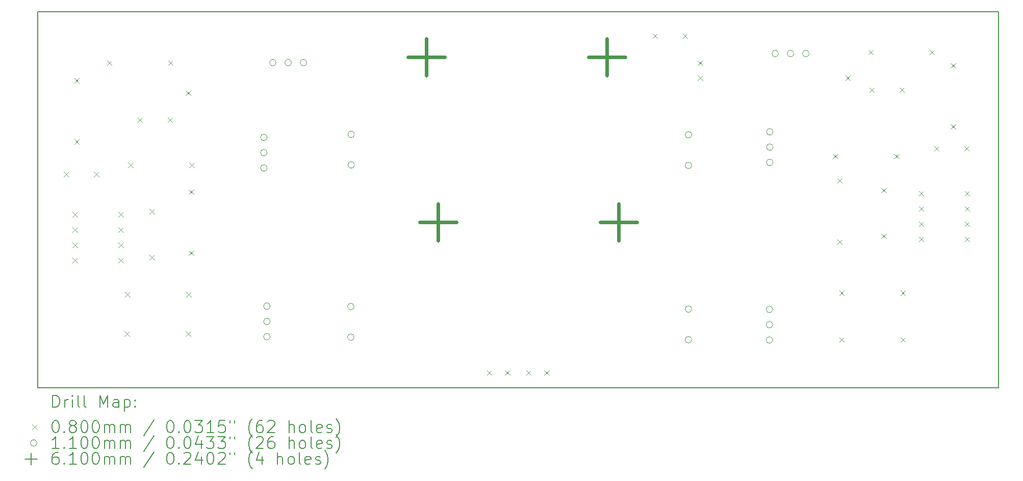
<source format=gbr>
%TF.GenerationSoftware,KiCad,Pcbnew,8.0.6*%
%TF.CreationDate,2024-11-01T15:42:28-04:00*%
%TF.ProjectId,H_Bridge_KiCAD,485f4272-6964-4676-955f-4b694341442e,rev?*%
%TF.SameCoordinates,Original*%
%TF.FileFunction,Drillmap*%
%TF.FilePolarity,Positive*%
%FSLAX45Y45*%
G04 Gerber Fmt 4.5, Leading zero omitted, Abs format (unit mm)*
G04 Created by KiCad (PCBNEW 8.0.6) date 2024-11-01 15:42:28*
%MOMM*%
%LPD*%
G01*
G04 APERTURE LIST*
%ADD10C,0.200000*%
%ADD11C,0.100000*%
%ADD12C,0.110000*%
%ADD13C,0.610000*%
G04 APERTURE END LIST*
D10*
X6700000Y-5800000D02*
X22650000Y-5800000D01*
X22650000Y-12051600D01*
X6700000Y-12051600D01*
X6700000Y-5800000D01*
D11*
X7135000Y-8460000D02*
X7215000Y-8540000D01*
X7215000Y-8460000D02*
X7135000Y-8540000D01*
X7280000Y-9130000D02*
X7360000Y-9210000D01*
X7360000Y-9130000D02*
X7280000Y-9210000D01*
X7280000Y-9384000D02*
X7360000Y-9464000D01*
X7360000Y-9384000D02*
X7280000Y-9464000D01*
X7280000Y-9638000D02*
X7360000Y-9718000D01*
X7360000Y-9638000D02*
X7280000Y-9718000D01*
X7280000Y-9892000D02*
X7360000Y-9972000D01*
X7360000Y-9892000D02*
X7280000Y-9972000D01*
X7310000Y-6902000D02*
X7390000Y-6982000D01*
X7390000Y-6902000D02*
X7310000Y-6982000D01*
X7310000Y-7918000D02*
X7390000Y-7998000D01*
X7390000Y-7918000D02*
X7310000Y-7998000D01*
X7635000Y-8460000D02*
X7715000Y-8540000D01*
X7715000Y-8460000D02*
X7635000Y-8540000D01*
X7852000Y-6610000D02*
X7932000Y-6690000D01*
X7932000Y-6610000D02*
X7852000Y-6690000D01*
X8042000Y-9130000D02*
X8122000Y-9210000D01*
X8122000Y-9130000D02*
X8042000Y-9210000D01*
X8042000Y-9384000D02*
X8122000Y-9464000D01*
X8122000Y-9384000D02*
X8042000Y-9464000D01*
X8042000Y-9638000D02*
X8122000Y-9718000D01*
X8122000Y-9638000D02*
X8042000Y-9718000D01*
X8042000Y-9892000D02*
X8122000Y-9972000D01*
X8122000Y-9892000D02*
X8042000Y-9972000D01*
X8144000Y-11110000D02*
X8224000Y-11190000D01*
X8224000Y-11110000D02*
X8144000Y-11190000D01*
X8152000Y-10460000D02*
X8232000Y-10540000D01*
X8232000Y-10460000D02*
X8152000Y-10540000D01*
X8202000Y-8310000D02*
X8282000Y-8390000D01*
X8282000Y-8310000D02*
X8202000Y-8390000D01*
X8360000Y-7560000D02*
X8440000Y-7640000D01*
X8440000Y-7560000D02*
X8360000Y-7640000D01*
X8560000Y-9079000D02*
X8640000Y-9159000D01*
X8640000Y-9079000D02*
X8560000Y-9159000D01*
X8560000Y-9841000D02*
X8640000Y-9921000D01*
X8640000Y-9841000D02*
X8560000Y-9921000D01*
X8860000Y-7560000D02*
X8940000Y-7640000D01*
X8940000Y-7560000D02*
X8860000Y-7640000D01*
X8868000Y-6610000D02*
X8948000Y-6690000D01*
X8948000Y-6610000D02*
X8868000Y-6690000D01*
X9160000Y-7110000D02*
X9240000Y-7190000D01*
X9240000Y-7110000D02*
X9160000Y-7190000D01*
X9160000Y-11110000D02*
X9240000Y-11190000D01*
X9240000Y-11110000D02*
X9160000Y-11190000D01*
X9168000Y-10460000D02*
X9248000Y-10540000D01*
X9248000Y-10460000D02*
X9168000Y-10540000D01*
X9210000Y-8752000D02*
X9290000Y-8832000D01*
X9290000Y-8752000D02*
X9210000Y-8832000D01*
X9210000Y-9768000D02*
X9290000Y-9848000D01*
X9290000Y-9768000D02*
X9210000Y-9848000D01*
X9218000Y-8310000D02*
X9298000Y-8390000D01*
X9298000Y-8310000D02*
X9218000Y-8390000D01*
X14160000Y-11760000D02*
X14240000Y-11840000D01*
X14240000Y-11760000D02*
X14160000Y-11840000D01*
X14460000Y-11760000D02*
X14540000Y-11840000D01*
X14540000Y-11760000D02*
X14460000Y-11840000D01*
X14810000Y-11760000D02*
X14890000Y-11840000D01*
X14890000Y-11760000D02*
X14810000Y-11840000D01*
X15110000Y-11760000D02*
X15190000Y-11840000D01*
X15190000Y-11760000D02*
X15110000Y-11840000D01*
X16910000Y-6160000D02*
X16990000Y-6240000D01*
X16990000Y-6160000D02*
X16910000Y-6240000D01*
X17410000Y-6160000D02*
X17490000Y-6240000D01*
X17490000Y-6160000D02*
X17410000Y-6240000D01*
X17660000Y-6610000D02*
X17740000Y-6690000D01*
X17740000Y-6610000D02*
X17660000Y-6690000D01*
X17660000Y-6860000D02*
X17740000Y-6940000D01*
X17740000Y-6860000D02*
X17660000Y-6940000D01*
X19902000Y-8160000D02*
X19982000Y-8240000D01*
X19982000Y-8160000D02*
X19902000Y-8240000D01*
X19978000Y-8566000D02*
X20058000Y-8646000D01*
X20058000Y-8566000D02*
X19978000Y-8646000D01*
X19978000Y-9582000D02*
X20058000Y-9662000D01*
X20058000Y-9582000D02*
X19978000Y-9662000D01*
X20010000Y-11210000D02*
X20090000Y-11290000D01*
X20090000Y-11210000D02*
X20010000Y-11290000D01*
X20012000Y-10432000D02*
X20092000Y-10512000D01*
X20092000Y-10432000D02*
X20012000Y-10512000D01*
X20110000Y-6860000D02*
X20190000Y-6940000D01*
X20190000Y-6860000D02*
X20110000Y-6940000D01*
X20494000Y-6432000D02*
X20574000Y-6512000D01*
X20574000Y-6432000D02*
X20494000Y-6512000D01*
X20510000Y-7060000D02*
X20590000Y-7140000D01*
X20590000Y-7060000D02*
X20510000Y-7140000D01*
X20710000Y-8729000D02*
X20790000Y-8809000D01*
X20790000Y-8729000D02*
X20710000Y-8809000D01*
X20710000Y-9491000D02*
X20790000Y-9571000D01*
X20790000Y-9491000D02*
X20710000Y-9571000D01*
X20918000Y-8160000D02*
X20998000Y-8240000D01*
X20998000Y-8160000D02*
X20918000Y-8240000D01*
X21010000Y-7060000D02*
X21090000Y-7140000D01*
X21090000Y-7060000D02*
X21010000Y-7140000D01*
X21026000Y-11210000D02*
X21106000Y-11290000D01*
X21106000Y-11210000D02*
X21026000Y-11290000D01*
X21028000Y-10432000D02*
X21108000Y-10512000D01*
X21108000Y-10432000D02*
X21028000Y-10512000D01*
X21330000Y-8780000D02*
X21410000Y-8860000D01*
X21410000Y-8780000D02*
X21330000Y-8860000D01*
X21330000Y-9034000D02*
X21410000Y-9114000D01*
X21410000Y-9034000D02*
X21330000Y-9114000D01*
X21330000Y-9288000D02*
X21410000Y-9368000D01*
X21410000Y-9288000D02*
X21330000Y-9368000D01*
X21330000Y-9542000D02*
X21410000Y-9622000D01*
X21410000Y-9542000D02*
X21330000Y-9622000D01*
X21510000Y-6432000D02*
X21590000Y-6512000D01*
X21590000Y-6432000D02*
X21510000Y-6512000D01*
X21585000Y-8032000D02*
X21665000Y-8112000D01*
X21665000Y-8032000D02*
X21585000Y-8112000D01*
X21860000Y-6652000D02*
X21940000Y-6732000D01*
X21940000Y-6652000D02*
X21860000Y-6732000D01*
X21860000Y-7668000D02*
X21940000Y-7748000D01*
X21940000Y-7668000D02*
X21860000Y-7748000D01*
X22085000Y-8032000D02*
X22165000Y-8112000D01*
X22165000Y-8032000D02*
X22085000Y-8112000D01*
X22092000Y-8780000D02*
X22172000Y-8860000D01*
X22172000Y-8780000D02*
X22092000Y-8860000D01*
X22092000Y-9034000D02*
X22172000Y-9114000D01*
X22172000Y-9034000D02*
X22092000Y-9114000D01*
X22092000Y-9288000D02*
X22172000Y-9368000D01*
X22172000Y-9288000D02*
X22092000Y-9368000D01*
X22092000Y-9542000D02*
X22172000Y-9622000D01*
X22172000Y-9542000D02*
X22092000Y-9622000D01*
D12*
X10510500Y-7888000D02*
G75*
G02*
X10400500Y-7888000I-55000J0D01*
G01*
X10400500Y-7888000D02*
G75*
G02*
X10510500Y-7888000I55000J0D01*
G01*
X10510500Y-8142000D02*
G75*
G02*
X10400500Y-8142000I-55000J0D01*
G01*
X10400500Y-8142000D02*
G75*
G02*
X10510500Y-8142000I55000J0D01*
G01*
X10510500Y-8396000D02*
G75*
G02*
X10400500Y-8396000I-55000J0D01*
G01*
X10400500Y-8396000D02*
G75*
G02*
X10510500Y-8396000I55000J0D01*
G01*
X10560500Y-10692000D02*
G75*
G02*
X10450500Y-10692000I-55000J0D01*
G01*
X10450500Y-10692000D02*
G75*
G02*
X10560500Y-10692000I55000J0D01*
G01*
X10560500Y-10946000D02*
G75*
G02*
X10450500Y-10946000I-55000J0D01*
G01*
X10450500Y-10946000D02*
G75*
G02*
X10560500Y-10946000I55000J0D01*
G01*
X10560500Y-11200000D02*
G75*
G02*
X10450500Y-11200000I-55000J0D01*
G01*
X10450500Y-11200000D02*
G75*
G02*
X10560500Y-11200000I55000J0D01*
G01*
X10660500Y-6646000D02*
G75*
G02*
X10550500Y-6646000I-55000J0D01*
G01*
X10550500Y-6646000D02*
G75*
G02*
X10660500Y-6646000I55000J0D01*
G01*
X10914500Y-6646000D02*
G75*
G02*
X10804500Y-6646000I-55000J0D01*
G01*
X10804500Y-6646000D02*
G75*
G02*
X10914500Y-6646000I55000J0D01*
G01*
X11168500Y-6646000D02*
G75*
G02*
X11058500Y-6646000I-55000J0D01*
G01*
X11058500Y-6646000D02*
G75*
G02*
X11168500Y-6646000I55000J0D01*
G01*
X11955000Y-10700000D02*
G75*
G02*
X11845000Y-10700000I-55000J0D01*
G01*
X11845000Y-10700000D02*
G75*
G02*
X11955000Y-10700000I55000J0D01*
G01*
X11955000Y-11208000D02*
G75*
G02*
X11845000Y-11208000I-55000J0D01*
G01*
X11845000Y-11208000D02*
G75*
G02*
X11955000Y-11208000I55000J0D01*
G01*
X11960500Y-7838000D02*
G75*
G02*
X11850500Y-7838000I-55000J0D01*
G01*
X11850500Y-7838000D02*
G75*
G02*
X11960500Y-7838000I55000J0D01*
G01*
X11960500Y-8346000D02*
G75*
G02*
X11850500Y-8346000I-55000J0D01*
G01*
X11850500Y-8346000D02*
G75*
G02*
X11960500Y-8346000I55000J0D01*
G01*
X17560500Y-7846000D02*
G75*
G02*
X17450500Y-7846000I-55000J0D01*
G01*
X17450500Y-7846000D02*
G75*
G02*
X17560500Y-7846000I55000J0D01*
G01*
X17560500Y-8354000D02*
G75*
G02*
X17450500Y-8354000I-55000J0D01*
G01*
X17450500Y-8354000D02*
G75*
G02*
X17560500Y-8354000I55000J0D01*
G01*
X17560500Y-10742000D02*
G75*
G02*
X17450500Y-10742000I-55000J0D01*
G01*
X17450500Y-10742000D02*
G75*
G02*
X17560500Y-10742000I55000J0D01*
G01*
X17560500Y-11250000D02*
G75*
G02*
X17450500Y-11250000I-55000J0D01*
G01*
X17450500Y-11250000D02*
G75*
G02*
X17560500Y-11250000I55000J0D01*
G01*
X18905000Y-10746000D02*
G75*
G02*
X18795000Y-10746000I-55000J0D01*
G01*
X18795000Y-10746000D02*
G75*
G02*
X18905000Y-10746000I55000J0D01*
G01*
X18905000Y-11000000D02*
G75*
G02*
X18795000Y-11000000I-55000J0D01*
G01*
X18795000Y-11000000D02*
G75*
G02*
X18905000Y-11000000I55000J0D01*
G01*
X18905000Y-11254000D02*
G75*
G02*
X18795000Y-11254000I-55000J0D01*
G01*
X18795000Y-11254000D02*
G75*
G02*
X18905000Y-11254000I55000J0D01*
G01*
X18910500Y-7796000D02*
G75*
G02*
X18800500Y-7796000I-55000J0D01*
G01*
X18800500Y-7796000D02*
G75*
G02*
X18910500Y-7796000I55000J0D01*
G01*
X18910500Y-8050000D02*
G75*
G02*
X18800500Y-8050000I-55000J0D01*
G01*
X18800500Y-8050000D02*
G75*
G02*
X18910500Y-8050000I55000J0D01*
G01*
X18910500Y-8304000D02*
G75*
G02*
X18800500Y-8304000I-55000J0D01*
G01*
X18800500Y-8304000D02*
G75*
G02*
X18910500Y-8304000I55000J0D01*
G01*
X19001000Y-6494500D02*
G75*
G02*
X18891000Y-6494500I-55000J0D01*
G01*
X18891000Y-6494500D02*
G75*
G02*
X19001000Y-6494500I55000J0D01*
G01*
X19255000Y-6494500D02*
G75*
G02*
X19145000Y-6494500I-55000J0D01*
G01*
X19145000Y-6494500D02*
G75*
G02*
X19255000Y-6494500I55000J0D01*
G01*
X19509000Y-6494500D02*
G75*
G02*
X19399000Y-6494500I-55000J0D01*
G01*
X19399000Y-6494500D02*
G75*
G02*
X19509000Y-6494500I55000J0D01*
G01*
D13*
X13153000Y-6245000D02*
X13153000Y-6855000D01*
X12848000Y-6550000D02*
X13458000Y-6550000D01*
X13350000Y-8995000D02*
X13350000Y-9605000D01*
X13045000Y-9300000D02*
X13655000Y-9300000D01*
X16150000Y-6245000D02*
X16150000Y-6855000D01*
X15845000Y-6550000D02*
X16455000Y-6550000D01*
X16347000Y-8995000D02*
X16347000Y-9605000D01*
X16042000Y-9300000D02*
X16652000Y-9300000D01*
D10*
X6950777Y-12373084D02*
X6950777Y-12173084D01*
X6950777Y-12173084D02*
X6998396Y-12173084D01*
X6998396Y-12173084D02*
X7026967Y-12182608D01*
X7026967Y-12182608D02*
X7046015Y-12201655D01*
X7046015Y-12201655D02*
X7055539Y-12220703D01*
X7055539Y-12220703D02*
X7065062Y-12258798D01*
X7065062Y-12258798D02*
X7065062Y-12287369D01*
X7065062Y-12287369D02*
X7055539Y-12325465D01*
X7055539Y-12325465D02*
X7046015Y-12344512D01*
X7046015Y-12344512D02*
X7026967Y-12363560D01*
X7026967Y-12363560D02*
X6998396Y-12373084D01*
X6998396Y-12373084D02*
X6950777Y-12373084D01*
X7150777Y-12373084D02*
X7150777Y-12239750D01*
X7150777Y-12277846D02*
X7160301Y-12258798D01*
X7160301Y-12258798D02*
X7169824Y-12249274D01*
X7169824Y-12249274D02*
X7188872Y-12239750D01*
X7188872Y-12239750D02*
X7207920Y-12239750D01*
X7274586Y-12373084D02*
X7274586Y-12239750D01*
X7274586Y-12173084D02*
X7265062Y-12182608D01*
X7265062Y-12182608D02*
X7274586Y-12192131D01*
X7274586Y-12192131D02*
X7284110Y-12182608D01*
X7284110Y-12182608D02*
X7274586Y-12173084D01*
X7274586Y-12173084D02*
X7274586Y-12192131D01*
X7398396Y-12373084D02*
X7379348Y-12363560D01*
X7379348Y-12363560D02*
X7369824Y-12344512D01*
X7369824Y-12344512D02*
X7369824Y-12173084D01*
X7503158Y-12373084D02*
X7484110Y-12363560D01*
X7484110Y-12363560D02*
X7474586Y-12344512D01*
X7474586Y-12344512D02*
X7474586Y-12173084D01*
X7731729Y-12373084D02*
X7731729Y-12173084D01*
X7731729Y-12173084D02*
X7798396Y-12315941D01*
X7798396Y-12315941D02*
X7865062Y-12173084D01*
X7865062Y-12173084D02*
X7865062Y-12373084D01*
X8046015Y-12373084D02*
X8046015Y-12268322D01*
X8046015Y-12268322D02*
X8036491Y-12249274D01*
X8036491Y-12249274D02*
X8017443Y-12239750D01*
X8017443Y-12239750D02*
X7979348Y-12239750D01*
X7979348Y-12239750D02*
X7960301Y-12249274D01*
X8046015Y-12363560D02*
X8026967Y-12373084D01*
X8026967Y-12373084D02*
X7979348Y-12373084D01*
X7979348Y-12373084D02*
X7960301Y-12363560D01*
X7960301Y-12363560D02*
X7950777Y-12344512D01*
X7950777Y-12344512D02*
X7950777Y-12325465D01*
X7950777Y-12325465D02*
X7960301Y-12306417D01*
X7960301Y-12306417D02*
X7979348Y-12296893D01*
X7979348Y-12296893D02*
X8026967Y-12296893D01*
X8026967Y-12296893D02*
X8046015Y-12287369D01*
X8141253Y-12239750D02*
X8141253Y-12439750D01*
X8141253Y-12249274D02*
X8160301Y-12239750D01*
X8160301Y-12239750D02*
X8198396Y-12239750D01*
X8198396Y-12239750D02*
X8217443Y-12249274D01*
X8217443Y-12249274D02*
X8226967Y-12258798D01*
X8226967Y-12258798D02*
X8236491Y-12277846D01*
X8236491Y-12277846D02*
X8236491Y-12334988D01*
X8236491Y-12334988D02*
X8226967Y-12354036D01*
X8226967Y-12354036D02*
X8217443Y-12363560D01*
X8217443Y-12363560D02*
X8198396Y-12373084D01*
X8198396Y-12373084D02*
X8160301Y-12373084D01*
X8160301Y-12373084D02*
X8141253Y-12363560D01*
X8322205Y-12354036D02*
X8331729Y-12363560D01*
X8331729Y-12363560D02*
X8322205Y-12373084D01*
X8322205Y-12373084D02*
X8312682Y-12363560D01*
X8312682Y-12363560D02*
X8322205Y-12354036D01*
X8322205Y-12354036D02*
X8322205Y-12373084D01*
X8322205Y-12249274D02*
X8331729Y-12258798D01*
X8331729Y-12258798D02*
X8322205Y-12268322D01*
X8322205Y-12268322D02*
X8312682Y-12258798D01*
X8312682Y-12258798D02*
X8322205Y-12249274D01*
X8322205Y-12249274D02*
X8322205Y-12268322D01*
D11*
X6610000Y-12661600D02*
X6690000Y-12741600D01*
X6690000Y-12661600D02*
X6610000Y-12741600D01*
D10*
X6988872Y-12593084D02*
X7007920Y-12593084D01*
X7007920Y-12593084D02*
X7026967Y-12602608D01*
X7026967Y-12602608D02*
X7036491Y-12612131D01*
X7036491Y-12612131D02*
X7046015Y-12631179D01*
X7046015Y-12631179D02*
X7055539Y-12669274D01*
X7055539Y-12669274D02*
X7055539Y-12716893D01*
X7055539Y-12716893D02*
X7046015Y-12754988D01*
X7046015Y-12754988D02*
X7036491Y-12774036D01*
X7036491Y-12774036D02*
X7026967Y-12783560D01*
X7026967Y-12783560D02*
X7007920Y-12793084D01*
X7007920Y-12793084D02*
X6988872Y-12793084D01*
X6988872Y-12793084D02*
X6969824Y-12783560D01*
X6969824Y-12783560D02*
X6960301Y-12774036D01*
X6960301Y-12774036D02*
X6950777Y-12754988D01*
X6950777Y-12754988D02*
X6941253Y-12716893D01*
X6941253Y-12716893D02*
X6941253Y-12669274D01*
X6941253Y-12669274D02*
X6950777Y-12631179D01*
X6950777Y-12631179D02*
X6960301Y-12612131D01*
X6960301Y-12612131D02*
X6969824Y-12602608D01*
X6969824Y-12602608D02*
X6988872Y-12593084D01*
X7141253Y-12774036D02*
X7150777Y-12783560D01*
X7150777Y-12783560D02*
X7141253Y-12793084D01*
X7141253Y-12793084D02*
X7131729Y-12783560D01*
X7131729Y-12783560D02*
X7141253Y-12774036D01*
X7141253Y-12774036D02*
X7141253Y-12793084D01*
X7265062Y-12678798D02*
X7246015Y-12669274D01*
X7246015Y-12669274D02*
X7236491Y-12659750D01*
X7236491Y-12659750D02*
X7226967Y-12640703D01*
X7226967Y-12640703D02*
X7226967Y-12631179D01*
X7226967Y-12631179D02*
X7236491Y-12612131D01*
X7236491Y-12612131D02*
X7246015Y-12602608D01*
X7246015Y-12602608D02*
X7265062Y-12593084D01*
X7265062Y-12593084D02*
X7303158Y-12593084D01*
X7303158Y-12593084D02*
X7322205Y-12602608D01*
X7322205Y-12602608D02*
X7331729Y-12612131D01*
X7331729Y-12612131D02*
X7341253Y-12631179D01*
X7341253Y-12631179D02*
X7341253Y-12640703D01*
X7341253Y-12640703D02*
X7331729Y-12659750D01*
X7331729Y-12659750D02*
X7322205Y-12669274D01*
X7322205Y-12669274D02*
X7303158Y-12678798D01*
X7303158Y-12678798D02*
X7265062Y-12678798D01*
X7265062Y-12678798D02*
X7246015Y-12688322D01*
X7246015Y-12688322D02*
X7236491Y-12697846D01*
X7236491Y-12697846D02*
X7226967Y-12716893D01*
X7226967Y-12716893D02*
X7226967Y-12754988D01*
X7226967Y-12754988D02*
X7236491Y-12774036D01*
X7236491Y-12774036D02*
X7246015Y-12783560D01*
X7246015Y-12783560D02*
X7265062Y-12793084D01*
X7265062Y-12793084D02*
X7303158Y-12793084D01*
X7303158Y-12793084D02*
X7322205Y-12783560D01*
X7322205Y-12783560D02*
X7331729Y-12774036D01*
X7331729Y-12774036D02*
X7341253Y-12754988D01*
X7341253Y-12754988D02*
X7341253Y-12716893D01*
X7341253Y-12716893D02*
X7331729Y-12697846D01*
X7331729Y-12697846D02*
X7322205Y-12688322D01*
X7322205Y-12688322D02*
X7303158Y-12678798D01*
X7465062Y-12593084D02*
X7484110Y-12593084D01*
X7484110Y-12593084D02*
X7503158Y-12602608D01*
X7503158Y-12602608D02*
X7512682Y-12612131D01*
X7512682Y-12612131D02*
X7522205Y-12631179D01*
X7522205Y-12631179D02*
X7531729Y-12669274D01*
X7531729Y-12669274D02*
X7531729Y-12716893D01*
X7531729Y-12716893D02*
X7522205Y-12754988D01*
X7522205Y-12754988D02*
X7512682Y-12774036D01*
X7512682Y-12774036D02*
X7503158Y-12783560D01*
X7503158Y-12783560D02*
X7484110Y-12793084D01*
X7484110Y-12793084D02*
X7465062Y-12793084D01*
X7465062Y-12793084D02*
X7446015Y-12783560D01*
X7446015Y-12783560D02*
X7436491Y-12774036D01*
X7436491Y-12774036D02*
X7426967Y-12754988D01*
X7426967Y-12754988D02*
X7417443Y-12716893D01*
X7417443Y-12716893D02*
X7417443Y-12669274D01*
X7417443Y-12669274D02*
X7426967Y-12631179D01*
X7426967Y-12631179D02*
X7436491Y-12612131D01*
X7436491Y-12612131D02*
X7446015Y-12602608D01*
X7446015Y-12602608D02*
X7465062Y-12593084D01*
X7655539Y-12593084D02*
X7674586Y-12593084D01*
X7674586Y-12593084D02*
X7693634Y-12602608D01*
X7693634Y-12602608D02*
X7703158Y-12612131D01*
X7703158Y-12612131D02*
X7712682Y-12631179D01*
X7712682Y-12631179D02*
X7722205Y-12669274D01*
X7722205Y-12669274D02*
X7722205Y-12716893D01*
X7722205Y-12716893D02*
X7712682Y-12754988D01*
X7712682Y-12754988D02*
X7703158Y-12774036D01*
X7703158Y-12774036D02*
X7693634Y-12783560D01*
X7693634Y-12783560D02*
X7674586Y-12793084D01*
X7674586Y-12793084D02*
X7655539Y-12793084D01*
X7655539Y-12793084D02*
X7636491Y-12783560D01*
X7636491Y-12783560D02*
X7626967Y-12774036D01*
X7626967Y-12774036D02*
X7617443Y-12754988D01*
X7617443Y-12754988D02*
X7607920Y-12716893D01*
X7607920Y-12716893D02*
X7607920Y-12669274D01*
X7607920Y-12669274D02*
X7617443Y-12631179D01*
X7617443Y-12631179D02*
X7626967Y-12612131D01*
X7626967Y-12612131D02*
X7636491Y-12602608D01*
X7636491Y-12602608D02*
X7655539Y-12593084D01*
X7807920Y-12793084D02*
X7807920Y-12659750D01*
X7807920Y-12678798D02*
X7817443Y-12669274D01*
X7817443Y-12669274D02*
X7836491Y-12659750D01*
X7836491Y-12659750D02*
X7865063Y-12659750D01*
X7865063Y-12659750D02*
X7884110Y-12669274D01*
X7884110Y-12669274D02*
X7893634Y-12688322D01*
X7893634Y-12688322D02*
X7893634Y-12793084D01*
X7893634Y-12688322D02*
X7903158Y-12669274D01*
X7903158Y-12669274D02*
X7922205Y-12659750D01*
X7922205Y-12659750D02*
X7950777Y-12659750D01*
X7950777Y-12659750D02*
X7969824Y-12669274D01*
X7969824Y-12669274D02*
X7979348Y-12688322D01*
X7979348Y-12688322D02*
X7979348Y-12793084D01*
X8074586Y-12793084D02*
X8074586Y-12659750D01*
X8074586Y-12678798D02*
X8084110Y-12669274D01*
X8084110Y-12669274D02*
X8103158Y-12659750D01*
X8103158Y-12659750D02*
X8131729Y-12659750D01*
X8131729Y-12659750D02*
X8150777Y-12669274D01*
X8150777Y-12669274D02*
X8160301Y-12688322D01*
X8160301Y-12688322D02*
X8160301Y-12793084D01*
X8160301Y-12688322D02*
X8169824Y-12669274D01*
X8169824Y-12669274D02*
X8188872Y-12659750D01*
X8188872Y-12659750D02*
X8217443Y-12659750D01*
X8217443Y-12659750D02*
X8236491Y-12669274D01*
X8236491Y-12669274D02*
X8246015Y-12688322D01*
X8246015Y-12688322D02*
X8246015Y-12793084D01*
X8636491Y-12583560D02*
X8465063Y-12840703D01*
X8893634Y-12593084D02*
X8912682Y-12593084D01*
X8912682Y-12593084D02*
X8931729Y-12602608D01*
X8931729Y-12602608D02*
X8941253Y-12612131D01*
X8941253Y-12612131D02*
X8950777Y-12631179D01*
X8950777Y-12631179D02*
X8960301Y-12669274D01*
X8960301Y-12669274D02*
X8960301Y-12716893D01*
X8960301Y-12716893D02*
X8950777Y-12754988D01*
X8950777Y-12754988D02*
X8941253Y-12774036D01*
X8941253Y-12774036D02*
X8931729Y-12783560D01*
X8931729Y-12783560D02*
X8912682Y-12793084D01*
X8912682Y-12793084D02*
X8893634Y-12793084D01*
X8893634Y-12793084D02*
X8874587Y-12783560D01*
X8874587Y-12783560D02*
X8865063Y-12774036D01*
X8865063Y-12774036D02*
X8855539Y-12754988D01*
X8855539Y-12754988D02*
X8846015Y-12716893D01*
X8846015Y-12716893D02*
X8846015Y-12669274D01*
X8846015Y-12669274D02*
X8855539Y-12631179D01*
X8855539Y-12631179D02*
X8865063Y-12612131D01*
X8865063Y-12612131D02*
X8874587Y-12602608D01*
X8874587Y-12602608D02*
X8893634Y-12593084D01*
X9046015Y-12774036D02*
X9055539Y-12783560D01*
X9055539Y-12783560D02*
X9046015Y-12793084D01*
X9046015Y-12793084D02*
X9036491Y-12783560D01*
X9036491Y-12783560D02*
X9046015Y-12774036D01*
X9046015Y-12774036D02*
X9046015Y-12793084D01*
X9179348Y-12593084D02*
X9198396Y-12593084D01*
X9198396Y-12593084D02*
X9217444Y-12602608D01*
X9217444Y-12602608D02*
X9226968Y-12612131D01*
X9226968Y-12612131D02*
X9236491Y-12631179D01*
X9236491Y-12631179D02*
X9246015Y-12669274D01*
X9246015Y-12669274D02*
X9246015Y-12716893D01*
X9246015Y-12716893D02*
X9236491Y-12754988D01*
X9236491Y-12754988D02*
X9226968Y-12774036D01*
X9226968Y-12774036D02*
X9217444Y-12783560D01*
X9217444Y-12783560D02*
X9198396Y-12793084D01*
X9198396Y-12793084D02*
X9179348Y-12793084D01*
X9179348Y-12793084D02*
X9160301Y-12783560D01*
X9160301Y-12783560D02*
X9150777Y-12774036D01*
X9150777Y-12774036D02*
X9141253Y-12754988D01*
X9141253Y-12754988D02*
X9131729Y-12716893D01*
X9131729Y-12716893D02*
X9131729Y-12669274D01*
X9131729Y-12669274D02*
X9141253Y-12631179D01*
X9141253Y-12631179D02*
X9150777Y-12612131D01*
X9150777Y-12612131D02*
X9160301Y-12602608D01*
X9160301Y-12602608D02*
X9179348Y-12593084D01*
X9312682Y-12593084D02*
X9436491Y-12593084D01*
X9436491Y-12593084D02*
X9369825Y-12669274D01*
X9369825Y-12669274D02*
X9398396Y-12669274D01*
X9398396Y-12669274D02*
X9417444Y-12678798D01*
X9417444Y-12678798D02*
X9426968Y-12688322D01*
X9426968Y-12688322D02*
X9436491Y-12707369D01*
X9436491Y-12707369D02*
X9436491Y-12754988D01*
X9436491Y-12754988D02*
X9426968Y-12774036D01*
X9426968Y-12774036D02*
X9417444Y-12783560D01*
X9417444Y-12783560D02*
X9398396Y-12793084D01*
X9398396Y-12793084D02*
X9341253Y-12793084D01*
X9341253Y-12793084D02*
X9322206Y-12783560D01*
X9322206Y-12783560D02*
X9312682Y-12774036D01*
X9626968Y-12793084D02*
X9512682Y-12793084D01*
X9569825Y-12793084D02*
X9569825Y-12593084D01*
X9569825Y-12593084D02*
X9550777Y-12621655D01*
X9550777Y-12621655D02*
X9531729Y-12640703D01*
X9531729Y-12640703D02*
X9512682Y-12650227D01*
X9807920Y-12593084D02*
X9712682Y-12593084D01*
X9712682Y-12593084D02*
X9703158Y-12688322D01*
X9703158Y-12688322D02*
X9712682Y-12678798D01*
X9712682Y-12678798D02*
X9731729Y-12669274D01*
X9731729Y-12669274D02*
X9779349Y-12669274D01*
X9779349Y-12669274D02*
X9798396Y-12678798D01*
X9798396Y-12678798D02*
X9807920Y-12688322D01*
X9807920Y-12688322D02*
X9817444Y-12707369D01*
X9817444Y-12707369D02*
X9817444Y-12754988D01*
X9817444Y-12754988D02*
X9807920Y-12774036D01*
X9807920Y-12774036D02*
X9798396Y-12783560D01*
X9798396Y-12783560D02*
X9779349Y-12793084D01*
X9779349Y-12793084D02*
X9731729Y-12793084D01*
X9731729Y-12793084D02*
X9712682Y-12783560D01*
X9712682Y-12783560D02*
X9703158Y-12774036D01*
X9893634Y-12593084D02*
X9893634Y-12631179D01*
X9969825Y-12593084D02*
X9969825Y-12631179D01*
X10265063Y-12869274D02*
X10255539Y-12859750D01*
X10255539Y-12859750D02*
X10236491Y-12831179D01*
X10236491Y-12831179D02*
X10226968Y-12812131D01*
X10226968Y-12812131D02*
X10217444Y-12783560D01*
X10217444Y-12783560D02*
X10207920Y-12735941D01*
X10207920Y-12735941D02*
X10207920Y-12697846D01*
X10207920Y-12697846D02*
X10217444Y-12650227D01*
X10217444Y-12650227D02*
X10226968Y-12621655D01*
X10226968Y-12621655D02*
X10236491Y-12602608D01*
X10236491Y-12602608D02*
X10255539Y-12574036D01*
X10255539Y-12574036D02*
X10265063Y-12564512D01*
X10426968Y-12593084D02*
X10388872Y-12593084D01*
X10388872Y-12593084D02*
X10369825Y-12602608D01*
X10369825Y-12602608D02*
X10360301Y-12612131D01*
X10360301Y-12612131D02*
X10341253Y-12640703D01*
X10341253Y-12640703D02*
X10331730Y-12678798D01*
X10331730Y-12678798D02*
X10331730Y-12754988D01*
X10331730Y-12754988D02*
X10341253Y-12774036D01*
X10341253Y-12774036D02*
X10350777Y-12783560D01*
X10350777Y-12783560D02*
X10369825Y-12793084D01*
X10369825Y-12793084D02*
X10407920Y-12793084D01*
X10407920Y-12793084D02*
X10426968Y-12783560D01*
X10426968Y-12783560D02*
X10436491Y-12774036D01*
X10436491Y-12774036D02*
X10446015Y-12754988D01*
X10446015Y-12754988D02*
X10446015Y-12707369D01*
X10446015Y-12707369D02*
X10436491Y-12688322D01*
X10436491Y-12688322D02*
X10426968Y-12678798D01*
X10426968Y-12678798D02*
X10407920Y-12669274D01*
X10407920Y-12669274D02*
X10369825Y-12669274D01*
X10369825Y-12669274D02*
X10350777Y-12678798D01*
X10350777Y-12678798D02*
X10341253Y-12688322D01*
X10341253Y-12688322D02*
X10331730Y-12707369D01*
X10522206Y-12612131D02*
X10531730Y-12602608D01*
X10531730Y-12602608D02*
X10550777Y-12593084D01*
X10550777Y-12593084D02*
X10598396Y-12593084D01*
X10598396Y-12593084D02*
X10617444Y-12602608D01*
X10617444Y-12602608D02*
X10626968Y-12612131D01*
X10626968Y-12612131D02*
X10636491Y-12631179D01*
X10636491Y-12631179D02*
X10636491Y-12650227D01*
X10636491Y-12650227D02*
X10626968Y-12678798D01*
X10626968Y-12678798D02*
X10512682Y-12793084D01*
X10512682Y-12793084D02*
X10636491Y-12793084D01*
X10874587Y-12793084D02*
X10874587Y-12593084D01*
X10960301Y-12793084D02*
X10960301Y-12688322D01*
X10960301Y-12688322D02*
X10950777Y-12669274D01*
X10950777Y-12669274D02*
X10931730Y-12659750D01*
X10931730Y-12659750D02*
X10903158Y-12659750D01*
X10903158Y-12659750D02*
X10884111Y-12669274D01*
X10884111Y-12669274D02*
X10874587Y-12678798D01*
X11084111Y-12793084D02*
X11065063Y-12783560D01*
X11065063Y-12783560D02*
X11055539Y-12774036D01*
X11055539Y-12774036D02*
X11046015Y-12754988D01*
X11046015Y-12754988D02*
X11046015Y-12697846D01*
X11046015Y-12697846D02*
X11055539Y-12678798D01*
X11055539Y-12678798D02*
X11065063Y-12669274D01*
X11065063Y-12669274D02*
X11084111Y-12659750D01*
X11084111Y-12659750D02*
X11112682Y-12659750D01*
X11112682Y-12659750D02*
X11131730Y-12669274D01*
X11131730Y-12669274D02*
X11141253Y-12678798D01*
X11141253Y-12678798D02*
X11150777Y-12697846D01*
X11150777Y-12697846D02*
X11150777Y-12754988D01*
X11150777Y-12754988D02*
X11141253Y-12774036D01*
X11141253Y-12774036D02*
X11131730Y-12783560D01*
X11131730Y-12783560D02*
X11112682Y-12793084D01*
X11112682Y-12793084D02*
X11084111Y-12793084D01*
X11265063Y-12793084D02*
X11246015Y-12783560D01*
X11246015Y-12783560D02*
X11236491Y-12764512D01*
X11236491Y-12764512D02*
X11236491Y-12593084D01*
X11417444Y-12783560D02*
X11398396Y-12793084D01*
X11398396Y-12793084D02*
X11360301Y-12793084D01*
X11360301Y-12793084D02*
X11341253Y-12783560D01*
X11341253Y-12783560D02*
X11331730Y-12764512D01*
X11331730Y-12764512D02*
X11331730Y-12688322D01*
X11331730Y-12688322D02*
X11341253Y-12669274D01*
X11341253Y-12669274D02*
X11360301Y-12659750D01*
X11360301Y-12659750D02*
X11398396Y-12659750D01*
X11398396Y-12659750D02*
X11417444Y-12669274D01*
X11417444Y-12669274D02*
X11426968Y-12688322D01*
X11426968Y-12688322D02*
X11426968Y-12707369D01*
X11426968Y-12707369D02*
X11331730Y-12726417D01*
X11503158Y-12783560D02*
X11522206Y-12793084D01*
X11522206Y-12793084D02*
X11560301Y-12793084D01*
X11560301Y-12793084D02*
X11579349Y-12783560D01*
X11579349Y-12783560D02*
X11588872Y-12764512D01*
X11588872Y-12764512D02*
X11588872Y-12754988D01*
X11588872Y-12754988D02*
X11579349Y-12735941D01*
X11579349Y-12735941D02*
X11560301Y-12726417D01*
X11560301Y-12726417D02*
X11531730Y-12726417D01*
X11531730Y-12726417D02*
X11512682Y-12716893D01*
X11512682Y-12716893D02*
X11503158Y-12697846D01*
X11503158Y-12697846D02*
X11503158Y-12688322D01*
X11503158Y-12688322D02*
X11512682Y-12669274D01*
X11512682Y-12669274D02*
X11531730Y-12659750D01*
X11531730Y-12659750D02*
X11560301Y-12659750D01*
X11560301Y-12659750D02*
X11579349Y-12669274D01*
X11655539Y-12869274D02*
X11665063Y-12859750D01*
X11665063Y-12859750D02*
X11684111Y-12831179D01*
X11684111Y-12831179D02*
X11693634Y-12812131D01*
X11693634Y-12812131D02*
X11703158Y-12783560D01*
X11703158Y-12783560D02*
X11712682Y-12735941D01*
X11712682Y-12735941D02*
X11712682Y-12697846D01*
X11712682Y-12697846D02*
X11703158Y-12650227D01*
X11703158Y-12650227D02*
X11693634Y-12621655D01*
X11693634Y-12621655D02*
X11684111Y-12602608D01*
X11684111Y-12602608D02*
X11665063Y-12574036D01*
X11665063Y-12574036D02*
X11655539Y-12564512D01*
D12*
X6690000Y-12965600D02*
G75*
G02*
X6580000Y-12965600I-55000J0D01*
G01*
X6580000Y-12965600D02*
G75*
G02*
X6690000Y-12965600I55000J0D01*
G01*
D10*
X7055539Y-13057084D02*
X6941253Y-13057084D01*
X6998396Y-13057084D02*
X6998396Y-12857084D01*
X6998396Y-12857084D02*
X6979348Y-12885655D01*
X6979348Y-12885655D02*
X6960301Y-12904703D01*
X6960301Y-12904703D02*
X6941253Y-12914227D01*
X7141253Y-13038036D02*
X7150777Y-13047560D01*
X7150777Y-13047560D02*
X7141253Y-13057084D01*
X7141253Y-13057084D02*
X7131729Y-13047560D01*
X7131729Y-13047560D02*
X7141253Y-13038036D01*
X7141253Y-13038036D02*
X7141253Y-13057084D01*
X7341253Y-13057084D02*
X7226967Y-13057084D01*
X7284110Y-13057084D02*
X7284110Y-12857084D01*
X7284110Y-12857084D02*
X7265062Y-12885655D01*
X7265062Y-12885655D02*
X7246015Y-12904703D01*
X7246015Y-12904703D02*
X7226967Y-12914227D01*
X7465062Y-12857084D02*
X7484110Y-12857084D01*
X7484110Y-12857084D02*
X7503158Y-12866608D01*
X7503158Y-12866608D02*
X7512682Y-12876131D01*
X7512682Y-12876131D02*
X7522205Y-12895179D01*
X7522205Y-12895179D02*
X7531729Y-12933274D01*
X7531729Y-12933274D02*
X7531729Y-12980893D01*
X7531729Y-12980893D02*
X7522205Y-13018988D01*
X7522205Y-13018988D02*
X7512682Y-13038036D01*
X7512682Y-13038036D02*
X7503158Y-13047560D01*
X7503158Y-13047560D02*
X7484110Y-13057084D01*
X7484110Y-13057084D02*
X7465062Y-13057084D01*
X7465062Y-13057084D02*
X7446015Y-13047560D01*
X7446015Y-13047560D02*
X7436491Y-13038036D01*
X7436491Y-13038036D02*
X7426967Y-13018988D01*
X7426967Y-13018988D02*
X7417443Y-12980893D01*
X7417443Y-12980893D02*
X7417443Y-12933274D01*
X7417443Y-12933274D02*
X7426967Y-12895179D01*
X7426967Y-12895179D02*
X7436491Y-12876131D01*
X7436491Y-12876131D02*
X7446015Y-12866608D01*
X7446015Y-12866608D02*
X7465062Y-12857084D01*
X7655539Y-12857084D02*
X7674586Y-12857084D01*
X7674586Y-12857084D02*
X7693634Y-12866608D01*
X7693634Y-12866608D02*
X7703158Y-12876131D01*
X7703158Y-12876131D02*
X7712682Y-12895179D01*
X7712682Y-12895179D02*
X7722205Y-12933274D01*
X7722205Y-12933274D02*
X7722205Y-12980893D01*
X7722205Y-12980893D02*
X7712682Y-13018988D01*
X7712682Y-13018988D02*
X7703158Y-13038036D01*
X7703158Y-13038036D02*
X7693634Y-13047560D01*
X7693634Y-13047560D02*
X7674586Y-13057084D01*
X7674586Y-13057084D02*
X7655539Y-13057084D01*
X7655539Y-13057084D02*
X7636491Y-13047560D01*
X7636491Y-13047560D02*
X7626967Y-13038036D01*
X7626967Y-13038036D02*
X7617443Y-13018988D01*
X7617443Y-13018988D02*
X7607920Y-12980893D01*
X7607920Y-12980893D02*
X7607920Y-12933274D01*
X7607920Y-12933274D02*
X7617443Y-12895179D01*
X7617443Y-12895179D02*
X7626967Y-12876131D01*
X7626967Y-12876131D02*
X7636491Y-12866608D01*
X7636491Y-12866608D02*
X7655539Y-12857084D01*
X7807920Y-13057084D02*
X7807920Y-12923750D01*
X7807920Y-12942798D02*
X7817443Y-12933274D01*
X7817443Y-12933274D02*
X7836491Y-12923750D01*
X7836491Y-12923750D02*
X7865063Y-12923750D01*
X7865063Y-12923750D02*
X7884110Y-12933274D01*
X7884110Y-12933274D02*
X7893634Y-12952322D01*
X7893634Y-12952322D02*
X7893634Y-13057084D01*
X7893634Y-12952322D02*
X7903158Y-12933274D01*
X7903158Y-12933274D02*
X7922205Y-12923750D01*
X7922205Y-12923750D02*
X7950777Y-12923750D01*
X7950777Y-12923750D02*
X7969824Y-12933274D01*
X7969824Y-12933274D02*
X7979348Y-12952322D01*
X7979348Y-12952322D02*
X7979348Y-13057084D01*
X8074586Y-13057084D02*
X8074586Y-12923750D01*
X8074586Y-12942798D02*
X8084110Y-12933274D01*
X8084110Y-12933274D02*
X8103158Y-12923750D01*
X8103158Y-12923750D02*
X8131729Y-12923750D01*
X8131729Y-12923750D02*
X8150777Y-12933274D01*
X8150777Y-12933274D02*
X8160301Y-12952322D01*
X8160301Y-12952322D02*
X8160301Y-13057084D01*
X8160301Y-12952322D02*
X8169824Y-12933274D01*
X8169824Y-12933274D02*
X8188872Y-12923750D01*
X8188872Y-12923750D02*
X8217443Y-12923750D01*
X8217443Y-12923750D02*
X8236491Y-12933274D01*
X8236491Y-12933274D02*
X8246015Y-12952322D01*
X8246015Y-12952322D02*
X8246015Y-13057084D01*
X8636491Y-12847560D02*
X8465063Y-13104703D01*
X8893634Y-12857084D02*
X8912682Y-12857084D01*
X8912682Y-12857084D02*
X8931729Y-12866608D01*
X8931729Y-12866608D02*
X8941253Y-12876131D01*
X8941253Y-12876131D02*
X8950777Y-12895179D01*
X8950777Y-12895179D02*
X8960301Y-12933274D01*
X8960301Y-12933274D02*
X8960301Y-12980893D01*
X8960301Y-12980893D02*
X8950777Y-13018988D01*
X8950777Y-13018988D02*
X8941253Y-13038036D01*
X8941253Y-13038036D02*
X8931729Y-13047560D01*
X8931729Y-13047560D02*
X8912682Y-13057084D01*
X8912682Y-13057084D02*
X8893634Y-13057084D01*
X8893634Y-13057084D02*
X8874587Y-13047560D01*
X8874587Y-13047560D02*
X8865063Y-13038036D01*
X8865063Y-13038036D02*
X8855539Y-13018988D01*
X8855539Y-13018988D02*
X8846015Y-12980893D01*
X8846015Y-12980893D02*
X8846015Y-12933274D01*
X8846015Y-12933274D02*
X8855539Y-12895179D01*
X8855539Y-12895179D02*
X8865063Y-12876131D01*
X8865063Y-12876131D02*
X8874587Y-12866608D01*
X8874587Y-12866608D02*
X8893634Y-12857084D01*
X9046015Y-13038036D02*
X9055539Y-13047560D01*
X9055539Y-13047560D02*
X9046015Y-13057084D01*
X9046015Y-13057084D02*
X9036491Y-13047560D01*
X9036491Y-13047560D02*
X9046015Y-13038036D01*
X9046015Y-13038036D02*
X9046015Y-13057084D01*
X9179348Y-12857084D02*
X9198396Y-12857084D01*
X9198396Y-12857084D02*
X9217444Y-12866608D01*
X9217444Y-12866608D02*
X9226968Y-12876131D01*
X9226968Y-12876131D02*
X9236491Y-12895179D01*
X9236491Y-12895179D02*
X9246015Y-12933274D01*
X9246015Y-12933274D02*
X9246015Y-12980893D01*
X9246015Y-12980893D02*
X9236491Y-13018988D01*
X9236491Y-13018988D02*
X9226968Y-13038036D01*
X9226968Y-13038036D02*
X9217444Y-13047560D01*
X9217444Y-13047560D02*
X9198396Y-13057084D01*
X9198396Y-13057084D02*
X9179348Y-13057084D01*
X9179348Y-13057084D02*
X9160301Y-13047560D01*
X9160301Y-13047560D02*
X9150777Y-13038036D01*
X9150777Y-13038036D02*
X9141253Y-13018988D01*
X9141253Y-13018988D02*
X9131729Y-12980893D01*
X9131729Y-12980893D02*
X9131729Y-12933274D01*
X9131729Y-12933274D02*
X9141253Y-12895179D01*
X9141253Y-12895179D02*
X9150777Y-12876131D01*
X9150777Y-12876131D02*
X9160301Y-12866608D01*
X9160301Y-12866608D02*
X9179348Y-12857084D01*
X9417444Y-12923750D02*
X9417444Y-13057084D01*
X9369825Y-12847560D02*
X9322206Y-12990417D01*
X9322206Y-12990417D02*
X9446015Y-12990417D01*
X9503158Y-12857084D02*
X9626968Y-12857084D01*
X9626968Y-12857084D02*
X9560301Y-12933274D01*
X9560301Y-12933274D02*
X9588872Y-12933274D01*
X9588872Y-12933274D02*
X9607920Y-12942798D01*
X9607920Y-12942798D02*
X9617444Y-12952322D01*
X9617444Y-12952322D02*
X9626968Y-12971369D01*
X9626968Y-12971369D02*
X9626968Y-13018988D01*
X9626968Y-13018988D02*
X9617444Y-13038036D01*
X9617444Y-13038036D02*
X9607920Y-13047560D01*
X9607920Y-13047560D02*
X9588872Y-13057084D01*
X9588872Y-13057084D02*
X9531729Y-13057084D01*
X9531729Y-13057084D02*
X9512682Y-13047560D01*
X9512682Y-13047560D02*
X9503158Y-13038036D01*
X9693634Y-12857084D02*
X9817444Y-12857084D01*
X9817444Y-12857084D02*
X9750777Y-12933274D01*
X9750777Y-12933274D02*
X9779349Y-12933274D01*
X9779349Y-12933274D02*
X9798396Y-12942798D01*
X9798396Y-12942798D02*
X9807920Y-12952322D01*
X9807920Y-12952322D02*
X9817444Y-12971369D01*
X9817444Y-12971369D02*
X9817444Y-13018988D01*
X9817444Y-13018988D02*
X9807920Y-13038036D01*
X9807920Y-13038036D02*
X9798396Y-13047560D01*
X9798396Y-13047560D02*
X9779349Y-13057084D01*
X9779349Y-13057084D02*
X9722206Y-13057084D01*
X9722206Y-13057084D02*
X9703158Y-13047560D01*
X9703158Y-13047560D02*
X9693634Y-13038036D01*
X9893634Y-12857084D02*
X9893634Y-12895179D01*
X9969825Y-12857084D02*
X9969825Y-12895179D01*
X10265063Y-13133274D02*
X10255539Y-13123750D01*
X10255539Y-13123750D02*
X10236491Y-13095179D01*
X10236491Y-13095179D02*
X10226968Y-13076131D01*
X10226968Y-13076131D02*
X10217444Y-13047560D01*
X10217444Y-13047560D02*
X10207920Y-12999941D01*
X10207920Y-12999941D02*
X10207920Y-12961846D01*
X10207920Y-12961846D02*
X10217444Y-12914227D01*
X10217444Y-12914227D02*
X10226968Y-12885655D01*
X10226968Y-12885655D02*
X10236491Y-12866608D01*
X10236491Y-12866608D02*
X10255539Y-12838036D01*
X10255539Y-12838036D02*
X10265063Y-12828512D01*
X10331730Y-12876131D02*
X10341253Y-12866608D01*
X10341253Y-12866608D02*
X10360301Y-12857084D01*
X10360301Y-12857084D02*
X10407920Y-12857084D01*
X10407920Y-12857084D02*
X10426968Y-12866608D01*
X10426968Y-12866608D02*
X10436491Y-12876131D01*
X10436491Y-12876131D02*
X10446015Y-12895179D01*
X10446015Y-12895179D02*
X10446015Y-12914227D01*
X10446015Y-12914227D02*
X10436491Y-12942798D01*
X10436491Y-12942798D02*
X10322206Y-13057084D01*
X10322206Y-13057084D02*
X10446015Y-13057084D01*
X10617444Y-12857084D02*
X10579349Y-12857084D01*
X10579349Y-12857084D02*
X10560301Y-12866608D01*
X10560301Y-12866608D02*
X10550777Y-12876131D01*
X10550777Y-12876131D02*
X10531730Y-12904703D01*
X10531730Y-12904703D02*
X10522206Y-12942798D01*
X10522206Y-12942798D02*
X10522206Y-13018988D01*
X10522206Y-13018988D02*
X10531730Y-13038036D01*
X10531730Y-13038036D02*
X10541253Y-13047560D01*
X10541253Y-13047560D02*
X10560301Y-13057084D01*
X10560301Y-13057084D02*
X10598396Y-13057084D01*
X10598396Y-13057084D02*
X10617444Y-13047560D01*
X10617444Y-13047560D02*
X10626968Y-13038036D01*
X10626968Y-13038036D02*
X10636491Y-13018988D01*
X10636491Y-13018988D02*
X10636491Y-12971369D01*
X10636491Y-12971369D02*
X10626968Y-12952322D01*
X10626968Y-12952322D02*
X10617444Y-12942798D01*
X10617444Y-12942798D02*
X10598396Y-12933274D01*
X10598396Y-12933274D02*
X10560301Y-12933274D01*
X10560301Y-12933274D02*
X10541253Y-12942798D01*
X10541253Y-12942798D02*
X10531730Y-12952322D01*
X10531730Y-12952322D02*
X10522206Y-12971369D01*
X10874587Y-13057084D02*
X10874587Y-12857084D01*
X10960301Y-13057084D02*
X10960301Y-12952322D01*
X10960301Y-12952322D02*
X10950777Y-12933274D01*
X10950777Y-12933274D02*
X10931730Y-12923750D01*
X10931730Y-12923750D02*
X10903158Y-12923750D01*
X10903158Y-12923750D02*
X10884111Y-12933274D01*
X10884111Y-12933274D02*
X10874587Y-12942798D01*
X11084111Y-13057084D02*
X11065063Y-13047560D01*
X11065063Y-13047560D02*
X11055539Y-13038036D01*
X11055539Y-13038036D02*
X11046015Y-13018988D01*
X11046015Y-13018988D02*
X11046015Y-12961846D01*
X11046015Y-12961846D02*
X11055539Y-12942798D01*
X11055539Y-12942798D02*
X11065063Y-12933274D01*
X11065063Y-12933274D02*
X11084111Y-12923750D01*
X11084111Y-12923750D02*
X11112682Y-12923750D01*
X11112682Y-12923750D02*
X11131730Y-12933274D01*
X11131730Y-12933274D02*
X11141253Y-12942798D01*
X11141253Y-12942798D02*
X11150777Y-12961846D01*
X11150777Y-12961846D02*
X11150777Y-13018988D01*
X11150777Y-13018988D02*
X11141253Y-13038036D01*
X11141253Y-13038036D02*
X11131730Y-13047560D01*
X11131730Y-13047560D02*
X11112682Y-13057084D01*
X11112682Y-13057084D02*
X11084111Y-13057084D01*
X11265063Y-13057084D02*
X11246015Y-13047560D01*
X11246015Y-13047560D02*
X11236491Y-13028512D01*
X11236491Y-13028512D02*
X11236491Y-12857084D01*
X11417444Y-13047560D02*
X11398396Y-13057084D01*
X11398396Y-13057084D02*
X11360301Y-13057084D01*
X11360301Y-13057084D02*
X11341253Y-13047560D01*
X11341253Y-13047560D02*
X11331730Y-13028512D01*
X11331730Y-13028512D02*
X11331730Y-12952322D01*
X11331730Y-12952322D02*
X11341253Y-12933274D01*
X11341253Y-12933274D02*
X11360301Y-12923750D01*
X11360301Y-12923750D02*
X11398396Y-12923750D01*
X11398396Y-12923750D02*
X11417444Y-12933274D01*
X11417444Y-12933274D02*
X11426968Y-12952322D01*
X11426968Y-12952322D02*
X11426968Y-12971369D01*
X11426968Y-12971369D02*
X11331730Y-12990417D01*
X11503158Y-13047560D02*
X11522206Y-13057084D01*
X11522206Y-13057084D02*
X11560301Y-13057084D01*
X11560301Y-13057084D02*
X11579349Y-13047560D01*
X11579349Y-13047560D02*
X11588872Y-13028512D01*
X11588872Y-13028512D02*
X11588872Y-13018988D01*
X11588872Y-13018988D02*
X11579349Y-12999941D01*
X11579349Y-12999941D02*
X11560301Y-12990417D01*
X11560301Y-12990417D02*
X11531730Y-12990417D01*
X11531730Y-12990417D02*
X11512682Y-12980893D01*
X11512682Y-12980893D02*
X11503158Y-12961846D01*
X11503158Y-12961846D02*
X11503158Y-12952322D01*
X11503158Y-12952322D02*
X11512682Y-12933274D01*
X11512682Y-12933274D02*
X11531730Y-12923750D01*
X11531730Y-12923750D02*
X11560301Y-12923750D01*
X11560301Y-12923750D02*
X11579349Y-12933274D01*
X11655539Y-13133274D02*
X11665063Y-13123750D01*
X11665063Y-13123750D02*
X11684111Y-13095179D01*
X11684111Y-13095179D02*
X11693634Y-13076131D01*
X11693634Y-13076131D02*
X11703158Y-13047560D01*
X11703158Y-13047560D02*
X11712682Y-12999941D01*
X11712682Y-12999941D02*
X11712682Y-12961846D01*
X11712682Y-12961846D02*
X11703158Y-12914227D01*
X11703158Y-12914227D02*
X11693634Y-12885655D01*
X11693634Y-12885655D02*
X11684111Y-12866608D01*
X11684111Y-12866608D02*
X11665063Y-12838036D01*
X11665063Y-12838036D02*
X11655539Y-12828512D01*
X6590000Y-13129600D02*
X6590000Y-13329600D01*
X6490000Y-13229600D02*
X6690000Y-13229600D01*
X7036491Y-13121084D02*
X6998396Y-13121084D01*
X6998396Y-13121084D02*
X6979348Y-13130608D01*
X6979348Y-13130608D02*
X6969824Y-13140131D01*
X6969824Y-13140131D02*
X6950777Y-13168703D01*
X6950777Y-13168703D02*
X6941253Y-13206798D01*
X6941253Y-13206798D02*
X6941253Y-13282988D01*
X6941253Y-13282988D02*
X6950777Y-13302036D01*
X6950777Y-13302036D02*
X6960301Y-13311560D01*
X6960301Y-13311560D02*
X6979348Y-13321084D01*
X6979348Y-13321084D02*
X7017443Y-13321084D01*
X7017443Y-13321084D02*
X7036491Y-13311560D01*
X7036491Y-13311560D02*
X7046015Y-13302036D01*
X7046015Y-13302036D02*
X7055539Y-13282988D01*
X7055539Y-13282988D02*
X7055539Y-13235369D01*
X7055539Y-13235369D02*
X7046015Y-13216322D01*
X7046015Y-13216322D02*
X7036491Y-13206798D01*
X7036491Y-13206798D02*
X7017443Y-13197274D01*
X7017443Y-13197274D02*
X6979348Y-13197274D01*
X6979348Y-13197274D02*
X6960301Y-13206798D01*
X6960301Y-13206798D02*
X6950777Y-13216322D01*
X6950777Y-13216322D02*
X6941253Y-13235369D01*
X7141253Y-13302036D02*
X7150777Y-13311560D01*
X7150777Y-13311560D02*
X7141253Y-13321084D01*
X7141253Y-13321084D02*
X7131729Y-13311560D01*
X7131729Y-13311560D02*
X7141253Y-13302036D01*
X7141253Y-13302036D02*
X7141253Y-13321084D01*
X7341253Y-13321084D02*
X7226967Y-13321084D01*
X7284110Y-13321084D02*
X7284110Y-13121084D01*
X7284110Y-13121084D02*
X7265062Y-13149655D01*
X7265062Y-13149655D02*
X7246015Y-13168703D01*
X7246015Y-13168703D02*
X7226967Y-13178227D01*
X7465062Y-13121084D02*
X7484110Y-13121084D01*
X7484110Y-13121084D02*
X7503158Y-13130608D01*
X7503158Y-13130608D02*
X7512682Y-13140131D01*
X7512682Y-13140131D02*
X7522205Y-13159179D01*
X7522205Y-13159179D02*
X7531729Y-13197274D01*
X7531729Y-13197274D02*
X7531729Y-13244893D01*
X7531729Y-13244893D02*
X7522205Y-13282988D01*
X7522205Y-13282988D02*
X7512682Y-13302036D01*
X7512682Y-13302036D02*
X7503158Y-13311560D01*
X7503158Y-13311560D02*
X7484110Y-13321084D01*
X7484110Y-13321084D02*
X7465062Y-13321084D01*
X7465062Y-13321084D02*
X7446015Y-13311560D01*
X7446015Y-13311560D02*
X7436491Y-13302036D01*
X7436491Y-13302036D02*
X7426967Y-13282988D01*
X7426967Y-13282988D02*
X7417443Y-13244893D01*
X7417443Y-13244893D02*
X7417443Y-13197274D01*
X7417443Y-13197274D02*
X7426967Y-13159179D01*
X7426967Y-13159179D02*
X7436491Y-13140131D01*
X7436491Y-13140131D02*
X7446015Y-13130608D01*
X7446015Y-13130608D02*
X7465062Y-13121084D01*
X7655539Y-13121084D02*
X7674586Y-13121084D01*
X7674586Y-13121084D02*
X7693634Y-13130608D01*
X7693634Y-13130608D02*
X7703158Y-13140131D01*
X7703158Y-13140131D02*
X7712682Y-13159179D01*
X7712682Y-13159179D02*
X7722205Y-13197274D01*
X7722205Y-13197274D02*
X7722205Y-13244893D01*
X7722205Y-13244893D02*
X7712682Y-13282988D01*
X7712682Y-13282988D02*
X7703158Y-13302036D01*
X7703158Y-13302036D02*
X7693634Y-13311560D01*
X7693634Y-13311560D02*
X7674586Y-13321084D01*
X7674586Y-13321084D02*
X7655539Y-13321084D01*
X7655539Y-13321084D02*
X7636491Y-13311560D01*
X7636491Y-13311560D02*
X7626967Y-13302036D01*
X7626967Y-13302036D02*
X7617443Y-13282988D01*
X7617443Y-13282988D02*
X7607920Y-13244893D01*
X7607920Y-13244893D02*
X7607920Y-13197274D01*
X7607920Y-13197274D02*
X7617443Y-13159179D01*
X7617443Y-13159179D02*
X7626967Y-13140131D01*
X7626967Y-13140131D02*
X7636491Y-13130608D01*
X7636491Y-13130608D02*
X7655539Y-13121084D01*
X7807920Y-13321084D02*
X7807920Y-13187750D01*
X7807920Y-13206798D02*
X7817443Y-13197274D01*
X7817443Y-13197274D02*
X7836491Y-13187750D01*
X7836491Y-13187750D02*
X7865063Y-13187750D01*
X7865063Y-13187750D02*
X7884110Y-13197274D01*
X7884110Y-13197274D02*
X7893634Y-13216322D01*
X7893634Y-13216322D02*
X7893634Y-13321084D01*
X7893634Y-13216322D02*
X7903158Y-13197274D01*
X7903158Y-13197274D02*
X7922205Y-13187750D01*
X7922205Y-13187750D02*
X7950777Y-13187750D01*
X7950777Y-13187750D02*
X7969824Y-13197274D01*
X7969824Y-13197274D02*
X7979348Y-13216322D01*
X7979348Y-13216322D02*
X7979348Y-13321084D01*
X8074586Y-13321084D02*
X8074586Y-13187750D01*
X8074586Y-13206798D02*
X8084110Y-13197274D01*
X8084110Y-13197274D02*
X8103158Y-13187750D01*
X8103158Y-13187750D02*
X8131729Y-13187750D01*
X8131729Y-13187750D02*
X8150777Y-13197274D01*
X8150777Y-13197274D02*
X8160301Y-13216322D01*
X8160301Y-13216322D02*
X8160301Y-13321084D01*
X8160301Y-13216322D02*
X8169824Y-13197274D01*
X8169824Y-13197274D02*
X8188872Y-13187750D01*
X8188872Y-13187750D02*
X8217443Y-13187750D01*
X8217443Y-13187750D02*
X8236491Y-13197274D01*
X8236491Y-13197274D02*
X8246015Y-13216322D01*
X8246015Y-13216322D02*
X8246015Y-13321084D01*
X8636491Y-13111560D02*
X8465063Y-13368703D01*
X8893634Y-13121084D02*
X8912682Y-13121084D01*
X8912682Y-13121084D02*
X8931729Y-13130608D01*
X8931729Y-13130608D02*
X8941253Y-13140131D01*
X8941253Y-13140131D02*
X8950777Y-13159179D01*
X8950777Y-13159179D02*
X8960301Y-13197274D01*
X8960301Y-13197274D02*
X8960301Y-13244893D01*
X8960301Y-13244893D02*
X8950777Y-13282988D01*
X8950777Y-13282988D02*
X8941253Y-13302036D01*
X8941253Y-13302036D02*
X8931729Y-13311560D01*
X8931729Y-13311560D02*
X8912682Y-13321084D01*
X8912682Y-13321084D02*
X8893634Y-13321084D01*
X8893634Y-13321084D02*
X8874587Y-13311560D01*
X8874587Y-13311560D02*
X8865063Y-13302036D01*
X8865063Y-13302036D02*
X8855539Y-13282988D01*
X8855539Y-13282988D02*
X8846015Y-13244893D01*
X8846015Y-13244893D02*
X8846015Y-13197274D01*
X8846015Y-13197274D02*
X8855539Y-13159179D01*
X8855539Y-13159179D02*
X8865063Y-13140131D01*
X8865063Y-13140131D02*
X8874587Y-13130608D01*
X8874587Y-13130608D02*
X8893634Y-13121084D01*
X9046015Y-13302036D02*
X9055539Y-13311560D01*
X9055539Y-13311560D02*
X9046015Y-13321084D01*
X9046015Y-13321084D02*
X9036491Y-13311560D01*
X9036491Y-13311560D02*
X9046015Y-13302036D01*
X9046015Y-13302036D02*
X9046015Y-13321084D01*
X9131729Y-13140131D02*
X9141253Y-13130608D01*
X9141253Y-13130608D02*
X9160301Y-13121084D01*
X9160301Y-13121084D02*
X9207920Y-13121084D01*
X9207920Y-13121084D02*
X9226968Y-13130608D01*
X9226968Y-13130608D02*
X9236491Y-13140131D01*
X9236491Y-13140131D02*
X9246015Y-13159179D01*
X9246015Y-13159179D02*
X9246015Y-13178227D01*
X9246015Y-13178227D02*
X9236491Y-13206798D01*
X9236491Y-13206798D02*
X9122206Y-13321084D01*
X9122206Y-13321084D02*
X9246015Y-13321084D01*
X9417444Y-13187750D02*
X9417444Y-13321084D01*
X9369825Y-13111560D02*
X9322206Y-13254417D01*
X9322206Y-13254417D02*
X9446015Y-13254417D01*
X9560301Y-13121084D02*
X9579349Y-13121084D01*
X9579349Y-13121084D02*
X9598396Y-13130608D01*
X9598396Y-13130608D02*
X9607920Y-13140131D01*
X9607920Y-13140131D02*
X9617444Y-13159179D01*
X9617444Y-13159179D02*
X9626968Y-13197274D01*
X9626968Y-13197274D02*
X9626968Y-13244893D01*
X9626968Y-13244893D02*
X9617444Y-13282988D01*
X9617444Y-13282988D02*
X9607920Y-13302036D01*
X9607920Y-13302036D02*
X9598396Y-13311560D01*
X9598396Y-13311560D02*
X9579349Y-13321084D01*
X9579349Y-13321084D02*
X9560301Y-13321084D01*
X9560301Y-13321084D02*
X9541253Y-13311560D01*
X9541253Y-13311560D02*
X9531729Y-13302036D01*
X9531729Y-13302036D02*
X9522206Y-13282988D01*
X9522206Y-13282988D02*
X9512682Y-13244893D01*
X9512682Y-13244893D02*
X9512682Y-13197274D01*
X9512682Y-13197274D02*
X9522206Y-13159179D01*
X9522206Y-13159179D02*
X9531729Y-13140131D01*
X9531729Y-13140131D02*
X9541253Y-13130608D01*
X9541253Y-13130608D02*
X9560301Y-13121084D01*
X9703158Y-13140131D02*
X9712682Y-13130608D01*
X9712682Y-13130608D02*
X9731729Y-13121084D01*
X9731729Y-13121084D02*
X9779349Y-13121084D01*
X9779349Y-13121084D02*
X9798396Y-13130608D01*
X9798396Y-13130608D02*
X9807920Y-13140131D01*
X9807920Y-13140131D02*
X9817444Y-13159179D01*
X9817444Y-13159179D02*
X9817444Y-13178227D01*
X9817444Y-13178227D02*
X9807920Y-13206798D01*
X9807920Y-13206798D02*
X9693634Y-13321084D01*
X9693634Y-13321084D02*
X9817444Y-13321084D01*
X9893634Y-13121084D02*
X9893634Y-13159179D01*
X9969825Y-13121084D02*
X9969825Y-13159179D01*
X10265063Y-13397274D02*
X10255539Y-13387750D01*
X10255539Y-13387750D02*
X10236491Y-13359179D01*
X10236491Y-13359179D02*
X10226968Y-13340131D01*
X10226968Y-13340131D02*
X10217444Y-13311560D01*
X10217444Y-13311560D02*
X10207920Y-13263941D01*
X10207920Y-13263941D02*
X10207920Y-13225846D01*
X10207920Y-13225846D02*
X10217444Y-13178227D01*
X10217444Y-13178227D02*
X10226968Y-13149655D01*
X10226968Y-13149655D02*
X10236491Y-13130608D01*
X10236491Y-13130608D02*
X10255539Y-13102036D01*
X10255539Y-13102036D02*
X10265063Y-13092512D01*
X10426968Y-13187750D02*
X10426968Y-13321084D01*
X10379349Y-13111560D02*
X10331730Y-13254417D01*
X10331730Y-13254417D02*
X10455539Y-13254417D01*
X10684111Y-13321084D02*
X10684111Y-13121084D01*
X10769825Y-13321084D02*
X10769825Y-13216322D01*
X10769825Y-13216322D02*
X10760301Y-13197274D01*
X10760301Y-13197274D02*
X10741253Y-13187750D01*
X10741253Y-13187750D02*
X10712682Y-13187750D01*
X10712682Y-13187750D02*
X10693634Y-13197274D01*
X10693634Y-13197274D02*
X10684111Y-13206798D01*
X10893634Y-13321084D02*
X10874587Y-13311560D01*
X10874587Y-13311560D02*
X10865063Y-13302036D01*
X10865063Y-13302036D02*
X10855539Y-13282988D01*
X10855539Y-13282988D02*
X10855539Y-13225846D01*
X10855539Y-13225846D02*
X10865063Y-13206798D01*
X10865063Y-13206798D02*
X10874587Y-13197274D01*
X10874587Y-13197274D02*
X10893634Y-13187750D01*
X10893634Y-13187750D02*
X10922206Y-13187750D01*
X10922206Y-13187750D02*
X10941253Y-13197274D01*
X10941253Y-13197274D02*
X10950777Y-13206798D01*
X10950777Y-13206798D02*
X10960301Y-13225846D01*
X10960301Y-13225846D02*
X10960301Y-13282988D01*
X10960301Y-13282988D02*
X10950777Y-13302036D01*
X10950777Y-13302036D02*
X10941253Y-13311560D01*
X10941253Y-13311560D02*
X10922206Y-13321084D01*
X10922206Y-13321084D02*
X10893634Y-13321084D01*
X11074587Y-13321084D02*
X11055539Y-13311560D01*
X11055539Y-13311560D02*
X11046015Y-13292512D01*
X11046015Y-13292512D02*
X11046015Y-13121084D01*
X11226968Y-13311560D02*
X11207920Y-13321084D01*
X11207920Y-13321084D02*
X11169825Y-13321084D01*
X11169825Y-13321084D02*
X11150777Y-13311560D01*
X11150777Y-13311560D02*
X11141253Y-13292512D01*
X11141253Y-13292512D02*
X11141253Y-13216322D01*
X11141253Y-13216322D02*
X11150777Y-13197274D01*
X11150777Y-13197274D02*
X11169825Y-13187750D01*
X11169825Y-13187750D02*
X11207920Y-13187750D01*
X11207920Y-13187750D02*
X11226968Y-13197274D01*
X11226968Y-13197274D02*
X11236491Y-13216322D01*
X11236491Y-13216322D02*
X11236491Y-13235369D01*
X11236491Y-13235369D02*
X11141253Y-13254417D01*
X11312682Y-13311560D02*
X11331730Y-13321084D01*
X11331730Y-13321084D02*
X11369825Y-13321084D01*
X11369825Y-13321084D02*
X11388872Y-13311560D01*
X11388872Y-13311560D02*
X11398396Y-13292512D01*
X11398396Y-13292512D02*
X11398396Y-13282988D01*
X11398396Y-13282988D02*
X11388872Y-13263941D01*
X11388872Y-13263941D02*
X11369825Y-13254417D01*
X11369825Y-13254417D02*
X11341253Y-13254417D01*
X11341253Y-13254417D02*
X11322206Y-13244893D01*
X11322206Y-13244893D02*
X11312682Y-13225846D01*
X11312682Y-13225846D02*
X11312682Y-13216322D01*
X11312682Y-13216322D02*
X11322206Y-13197274D01*
X11322206Y-13197274D02*
X11341253Y-13187750D01*
X11341253Y-13187750D02*
X11369825Y-13187750D01*
X11369825Y-13187750D02*
X11388872Y-13197274D01*
X11465063Y-13397274D02*
X11474587Y-13387750D01*
X11474587Y-13387750D02*
X11493634Y-13359179D01*
X11493634Y-13359179D02*
X11503158Y-13340131D01*
X11503158Y-13340131D02*
X11512682Y-13311560D01*
X11512682Y-13311560D02*
X11522206Y-13263941D01*
X11522206Y-13263941D02*
X11522206Y-13225846D01*
X11522206Y-13225846D02*
X11512682Y-13178227D01*
X11512682Y-13178227D02*
X11503158Y-13149655D01*
X11503158Y-13149655D02*
X11493634Y-13130608D01*
X11493634Y-13130608D02*
X11474587Y-13102036D01*
X11474587Y-13102036D02*
X11465063Y-13092512D01*
M02*

</source>
